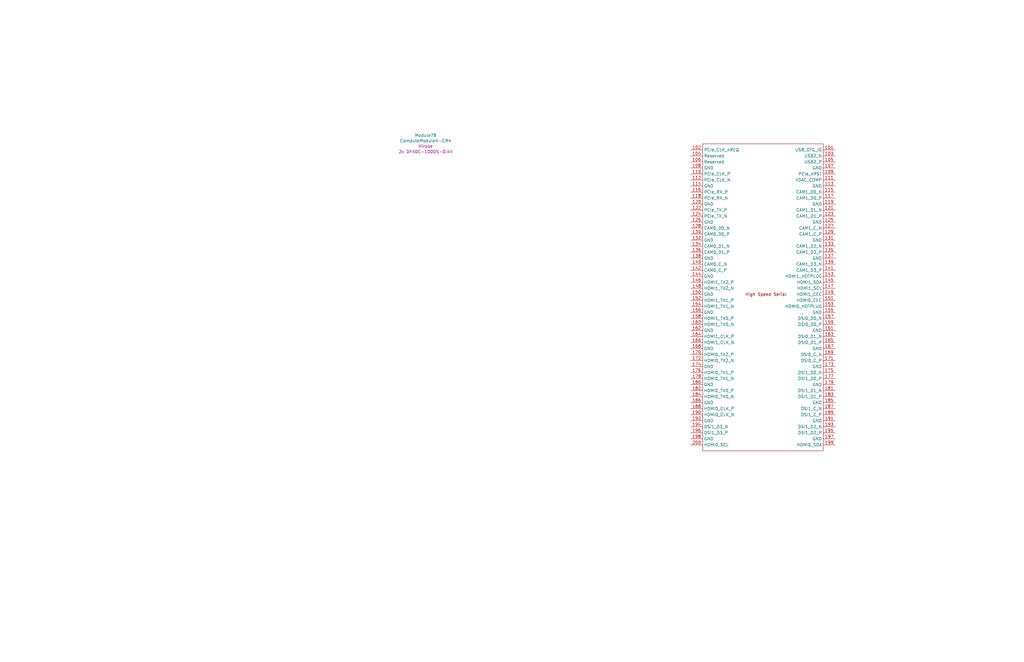
<source format=kicad_sch>
(kicad_sch (version 20201015) (generator eeschema)
  (page 1 6)
  (paper "B")
  (lib_symbols
    (symbol "CM4IO:ComputeModule4-CM4"
      (property "Reference" "Module" (at 113.03 -68.58 0))
      (property "Value" "ComputeModule4-CM4" (at 140.97 2.54 0))
      (property "Field4" "Hirose" (at 0 0 0))
      (property "Field5" "2x DF40C-100DS-0.4V" (at 0 -2.54 0))
      (symbol "ComputeModule4-CM4_1_0"
        (text "GPIO" (at 0 6.35 0) (effects (font (size 1.27 1.27))))
      )
      (symbol "ComputeModule4-CM4_1_1"
        (text "600mA Max" (at -8.89 -53.34 0) (effects (font (size 1.27 1.27))))
        (text "600mA Max" (at -8.89 -48.26 0) (effects (font (size 1.27 1.27))))
        (text "NB SD signals are only available" (at -1.27 -27.94 0) (effects (font (size 1.27 1.27))))
        (text "on modules without eMMC" (at -1.27 -30.48 0) (effects (font (size 1.27 1.27))))
        (rectangle (start -30.48 -71.12) (end 25.4 58.42))
        (pin power_in line (at 27.94 55.88 180) (length 2.54) (name "GND") (number "1"))
        (pin passive line (at -33.02 45.72 0) (length 2.54) (name "Ethernet_Pair0_N") (number "10"))
        (pin output line (at -33.02 -68.58 0) (length 2.54) (name "nEXTRST") (number "100"))
        (pin passive line (at 27.94 43.18 180) (length 2.54) (name "Ethernet_Pair2_P") (number "11"))
        (pin passive line (at -33.02 43.18 0) (length 2.54) (name "Ethernet_Pair0_P") (number "12"))
        (pin power_in line (at 27.94 40.64 180) (length 2.54) (name "GND") (number "13"))
        (pin power_in line (at -33.02 40.64 0) (length 2.54) (name "GND") (number "14"))
        (pin output line (at 27.94 38.1 180) (length 2.54) (name "Ethernet_nLED3(3.3v)") (number "15"))
        (pin input line (at -33.02 38.1 0) (length 2.54) (name "Ethernet_SYNC_IN(1.8v)") (number "16"))
        (pin output line (at 27.94 35.56 180) (length 2.54) (name "Ethernet_nLED2(3.3v)") (number "17"))
        (pin input line (at -33.02 35.56 0) (length 2.54) (name "Ethernet_SYNC_OUT(1.8v)") (number "18"))
        (pin output line (at 27.94 33.02 180) (length 2.54) (name "Ethernet_nLED1(3.3v)") (number "19"))
        (pin power_in line (at -33.02 55.88 0) (length 2.54) (name "GND") (number "2"))
        (pin passive line (at -33.02 33.02 0) (length 2.54) (name "EEPROM_nWP") (number "20"))
        (pin open_collector line (at 27.94 30.48 180) (length 2.54) (name "PI_nLED_Activity") (number "21"))
        (pin power_in line (at -33.02 30.48 0) (length 2.54) (name "GND") (number "22"))
        (pin power_in line (at 27.94 27.94 180) (length 2.54) (name "GND") (number "23"))
        (pin passive line (at -33.02 27.94 0) (length 2.54) (name "GPIO26") (number "24"))
        (pin passive line (at 27.94 25.4 180) (length 2.54) (name "GPIO21") (number "25"))
        (pin passive line (at -33.02 25.4 0) (length 2.54) (name "GPIO19") (number "26"))
        (pin passive line (at 27.94 22.86 180) (length 2.54) (name "GPIO20") (number "27"))
        (pin passive line (at -33.02 22.86 0) (length 2.54) (name "GPIO13") (number "28"))
        (pin passive line (at 27.94 20.32 180) (length 2.54) (name "GPIO16") (number "29"))
        (pin passive line (at 27.94 53.34 180) (length 2.54) (name "Ethernet_Pair3_P") (number "3"))
        (pin passive line (at -33.02 20.32 0) (length 2.54) (name "GPIO6") (number "30"))
        (pin passive line (at 27.94 17.78 180) (length 2.54) (name "GPIO12") (number "31"))
        (pin power_in line (at -33.02 17.78 0) (length 2.54) (name "GND") (number "32"))
        (pin power_in line (at 27.94 15.24 180) (length 2.54) (name "GND") (number "33"))
        (pin passive line (at -33.02 15.24 0) (length 2.54) (name "GPIO5") (number "34"))
        (pin passive line (at 27.94 12.7 180) (length 2.54) (name "ID_SC") (number "35"))
        (pin passive line (at -33.02 12.7 0) (length 2.54) (name "ID_SD") (number "36"))
        (pin passive line (at 27.94 10.16 180) (length 2.54) (name "GPIO7") (number "37"))
        (pin passive line (at -33.02 10.16 0) (length 2.54) (name "GPIO11") (number "38"))
        (pin passive line (at 27.94 7.62 180) (length 2.54) (name "GPIO8") (number "39"))
        (pin passive line (at -33.02 53.34 0) (length 2.54) (name "Ethernet_Pair1_P") (number "4"))
        (pin passive line (at -33.02 7.62 0) (length 2.54) (name "GPIO9") (number "40"))
        (pin passive line (at 27.94 5.08 180) (length 2.54) (name "GPIO25") (number "41"))
        (pin power_in line (at -33.02 5.08 0) (length 2.54) (name "GND") (number "42"))
        (pin power_in line (at 27.94 2.54 180) (length 2.54) (name "GND") (number "43"))
        (pin passive line (at -33.02 2.54 0) (length 2.54) (name "GPIO10") (number "44"))
        (pin passive line (at 27.94 0 180) (length 2.54) (name "GPIO24") (number "45"))
        (pin passive line (at -33.02 0 0) (length 2.54) (name "GPIO22") (number "46"))
        (pin passive line (at 27.94 -2.54 180) (length 2.54) (name "GPIO23") (number "47"))
        (pin passive line (at -33.02 -2.54 0) (length 2.54) (name "GPIO27") (number "48"))
        (pin passive line (at 27.94 -5.08 180) (length 2.54) (name "GPIO18") (number "49"))
        (pin passive line (at 27.94 50.8 180) (length 2.54) (name "Ethernet_Pair3_N") (number "5"))
        (pin passive line (at -33.02 -5.08 0) (length 2.54) (name "GPIO17") (number "50"))
        (pin passive line (at 27.94 -7.62 180) (length 2.54) (name "GPIO15") (number "51"))
        (pin power_in line (at -33.02 -7.62 0) (length 2.54) (name "GND") (number "52"))
        (pin power_in line (at 27.94 -10.16 180) (length 2.54) (name "GND") (number "53"))
        (pin passive line (at -33.02 -10.16 0) (length 2.54) (name "GPIO4") (number "54"))
        (pin passive line (at 27.94 -12.7 180) (length 2.54) (name "GPIO14") (number "55"))
        (pin passive line (at -33.02 -12.7 0) (length 2.54) (name "GPIO3") (number "56"))
        (pin passive line (at 27.94 -15.24 180) (length 2.54) (name "SD_CLK") (number "57"))
        (pin passive line (at -33.02 -15.24 0) (length 2.54) (name "GPIO2") (number "58"))
        (pin power_in line (at 27.94 -17.78 180) (length 2.54) (name "GND") (number "59"))
        (pin passive line (at -33.02 50.8 0) (length 2.54) (name "Ethernet_Pair1_N") (number "6"))
        (pin power_in line (at -33.02 -17.78 0) (length 2.54) (name "GND") (number "60"))
        (pin passive line (at 27.94 -20.32 180) (length 2.54) (name "SD_DAT3") (number "61"))
        (pin passive line (at -33.02 -20.32 0) (length 2.54) (name "SD_CMD") (number "62"))
        (pin passive line (at 27.94 -22.86 180) (length 2.54) (name "SD_DAT0") (number "63"))
        (pin passive line (at -33.02 -22.86 0) (length 2.54) (name "SD_DAT5") (number "64"))
        (pin power_in line (at 27.94 -25.4 180) (length 2.54) (name "GND") (number "65"))
        (pin power_in line (at -33.02 -25.4 0) (length 2.54) (name "GND") (number "66"))
        (pin passive line (at 27.94 -27.94 180) (length 2.54) (name "SD_DAT1") (number "67"))
        (pin passive line (at -33.02 -27.94 0) (length 2.54) (name "SD_DAT4") (number "68"))
        (pin passive line (at 27.94 -30.48 180) (length 2.54) (name "SD_DAT2") (number "69"))
        (pin power_in line (at 27.94 48.26 180) (length 2.54) (name "GND") (number "7"))
        (pin passive line (at -33.02 -30.48 0) (length 2.54) (name "SD_DAT7") (number "70"))
        (pin power_in line (at 27.94 -33.02 180) (length 2.54) (name "GND") (number "71"))
        (pin passive line (at -33.02 -33.02 0) (length 2.54) (name "SD_DAT6") (number "72"))
        (pin input line (at 27.94 -35.56 180) (length 2.54) (name "SD_VDD_Override") (number "73"))
        (pin power_in line (at -33.02 -35.56 0) (length 2.54) (name "GND") (number "74"))
        (pin output line (at 27.94 -38.1 180) (length 2.54) (name "SD_PWR_ON") (number "75"))
        (pin passive line (at -33.02 -38.1 0) (length 2.54) (name "Reserved") (number "76"))
        (pin power_in line (at 27.94 -40.64 180) (length 2.54) (name "+5v_(Input)") (number "77"))
        (pin power_in line (at -33.02 -40.64 0) (length 2.54) (name "GPIO_VREF(1.8v/3.3v_Input)") (number "78"))
        (pin power_in line (at 27.94 -43.18 180) (length 2.54) (name "+5v_(Input)") (number "79"))
        (pin power_in line (at -33.02 48.26 0) (length 2.54) (name "GND") (number "8"))
        (pin passive line (at -33.02 -43.18 0) (length 2.54) (name "SCL0") (number "80"))
        (pin power_in line (at 27.94 -45.72 180) (length 2.54) (name "+5v_(Input)") (number "81"))
        (pin passive line (at -33.02 -45.72 0) (length 2.54) (name "SDA0") (number "82"))
        (pin power_in line (at 27.94 -48.26 180) (length 2.54) (name "+5v_(Input)") (number "83"))
        (pin power_out line (at -33.02 -48.26 0) (length 2.54) (name "+3.3v_(Output)") (number "84"))
        (pin power_in line (at 27.94 -50.8 180) (length 2.54) (name "+5v_(Input)") (number "85"))
        (pin power_out line (at -33.02 -50.8 0) (length 2.54) (name "+3.3v_(Output)") (number "86"))
        (pin power_in line (at 27.94 -53.34 180) (length 2.54) (name "+5v_(Input)") (number "87"))
        (pin power_out line (at -33.02 -53.34 0) (length 2.54) (name "+1.8v_(Output)") (number "88"))
        (pin power_in line (at 27.94 -55.88 180) (length 2.54) (name "WiFi_nDisable") (number "89"))
        (pin passive line (at 27.94 45.72 180) (length 2.54) (name "Ethernet_Pair2_N") (number "9"))
        (pin power_out line (at -33.02 -55.88 0) (length 2.54) (name "+1.8v_(Output)") (number "90"))
        (pin power_in line (at 27.94 -58.42 180) (length 2.54) (name "BT_nDisable") (number "91"))
        (pin passive line (at -33.02 -58.42 0) (length 2.54) (name "RUN_PG") (number "92"))
        (pin input line (at 27.94 -60.96 180) (length 2.54) (name "nRPIBOOT") (number "93"))
        (pin passive line (at -33.02 -60.96 0) (length 2.54) (name "AnalogIP0") (number "94"))
        (pin output line (at 27.94 -63.5 180) (length 2.54) (name "nPI_LED_PWR") (number "95"))
        (pin passive line (at -33.02 -63.5 0) (length 2.54) (name "AnalogIP1") (number "96"))
        (pin passive line (at 27.94 -66.04 180) (length 2.54) (name "Camera_GPIO") (number "97"))
        (pin power_in line (at -33.02 -66.04 0) (length 2.54) (name "GND") (number "98"))
        (pin input line (at 27.94 -68.58 180) (length 2.54) (name "Global_EN") (number "99"))
      )
      (symbol "ComputeModule4-CM4_2_1"
        (text "High Speed Serial" (at 140.97 0 0) (effects (font (size 1.27 1.27))))
        (rectangle (start 114.3 -66.04) (end 165.1 63.5))
        (pin input line (at 170.18 60.96 180) (length 5.08) (name "USB_OTG_ID") (number "101"))
        (pin input line (at 109.22 60.96 0) (length 5.08) (name "PCIe_CLK_nREQ") (number "102"))
        (pin passive line (at 170.18 58.42 180) (length 5.08) (name "USB2_N") (number "103"))
        (pin passive line (at 109.22 58.42 0) (length 5.08) (name "Reserved") (number "104"))
        (pin passive line (at 170.18 55.88 180) (length 5.08) (name "USB2_P") (number "105"))
        (pin passive line (at 109.22 55.88 0) (length 5.08) (name "Reserved") (number "106"))
        (pin power_in line (at 170.18 53.34 180) (length 5.08) (name "GND") (number "107"))
        (pin power_in line (at 109.22 53.34 0) (length 5.08) (name "GND") (number "108"))
        (pin bidirectional line (at 170.18 50.8 180) (length 5.08) (name "PCIe_nRST") (number "109"))
        (pin output line (at 109.22 50.8 0) (length 5.08) (name "PCIe_CLK_P") (number "110"))
        (pin passive line (at 170.18 48.26 180) (length 5.08) (name "VDAC_COMP") (number "111"))
        (pin output line (at 109.22 48.26 0) (length 5.08) (name "PCIe_CLK_N") (number "112"))
        (pin power_in line (at 170.18 45.72 180) (length 5.08) (name "GND") (number "113"))
        (pin power_in line (at 109.22 45.72 0) (length 5.08) (name "GND") (number "114"))
        (pin input line (at 170.18 43.18 180) (length 5.08) (name "CAM1_D0_N") (number "115"))
        (pin input line (at 109.22 43.18 0) (length 5.08) (name "PCIe_RX_P") (number "116"))
        (pin input line (at 170.18 40.64 180) (length 5.08) (name "CAM1_D0_P") (number "117"))
        (pin input line (at 109.22 40.64 0) (length 5.08) (name "PCIe_RX_N") (number "118"))
        (pin power_in line (at 170.18 38.1 180) (length 5.08) (name "GND") (number "119"))
        (pin power_in line (at 109.22 38.1 0) (length 5.08) (name "GND") (number "120"))
        (pin input line (at 170.18 35.56 180) (length 5.08) (name "CAM1_D1_N") (number "121"))
        (pin output line (at 109.22 35.56 0) (length 5.08) (name "PCIe_TX_P") (number "122"))
        (pin input line (at 170.18 33.02 180) (length 5.08) (name "CAM1_D1_P") (number "123"))
        (pin output line (at 109.22 33.02 0) (length 5.08) (name "PCIe_TX_N") (number "124"))
        (pin power_in line (at 170.18 30.48 180) (length 5.08) (name "GND") (number "125"))
        (pin power_in line (at 109.22 30.48 0) (length 5.08) (name "GND") (number "126"))
        (pin input line (at 170.18 27.94 180) (length 5.08) (name "CAM1_C_N") (number "127"))
        (pin input line (at 109.22 27.94 0) (length 5.08) (name "CAM0_D0_N") (number "128"))
        (pin input line (at 170.18 25.4 180) (length 5.08) (name "CAM1_C_P") (number "129"))
        (pin input line (at 109.22 25.4 0) (length 5.08) (name "CAM0_D0_P") (number "130"))
        (pin power_in line (at 170.18 22.86 180) (length 5.08) (name "GND") (number "131"))
        (pin power_in line (at 109.22 22.86 0) (length 5.08) (name "GND") (number "132"))
        (pin input line (at 170.18 20.32 180) (length 5.08) (name "CAM1_D2_N") (number "133"))
        (pin input line (at 109.22 20.32 0) (length 5.08) (name "CAM0_D1_N") (number "134"))
        (pin input line (at 170.18 17.78 180) (length 5.08) (name "CAM1_D2_P") (number "135"))
        (pin input line (at 109.22 17.78 0) (length 5.08) (name "CAM0_D1_P") (number "136"))
        (pin power_in line (at 170.18 15.24 180) (length 5.08) (name "GND") (number "137"))
        (pin power_in line (at 109.22 15.24 0) (length 5.08) (name "GND") (number "138"))
        (pin input line (at 170.18 12.7 180) (length 5.08) (name "CAM1_D3_N") (number "139"))
        (pin input line (at 109.22 12.7 0) (length 5.08) (name "CAM0_C_N") (number "140"))
        (pin input line (at 170.18 10.16 180) (length 5.08) (name "CAM1_D3_P") (number "141"))
        (pin input line (at 109.22 10.16 0) (length 5.08) (name "CAM0_C_P") (number "142"))
        (pin input line (at 170.18 7.62 180) (length 5.08) (name "HDMI1_HOTPLUG") (number "143"))
        (pin power_in line (at 109.22 7.62 0) (length 5.08) (name "GND") (number "144"))
        (pin bidirectional line (at 170.18 5.08 180) (length 5.08) (name "HDMI1_SDA") (number "145"))
        (pin output line (at 109.22 5.08 0) (length 5.08) (name "HDMI1_TX2_P") (number "146"))
        (pin open_collector line (at 170.18 2.54 180) (length 5.08) (name "HDMI1_SCL") (number "147"))
        (pin output line (at 109.22 2.54 0) (length 5.08) (name "HDMI1_TX2_N") (number "148"))
        (pin open_collector line (at 170.18 0 180) (length 5.08) (name "HDMI1_CEC") (number "149"))
        (pin power_in line (at 109.22 0 0) (length 5.08) (name "GND") (number "150"))
        (pin open_collector line (at 170.18 -2.54 180) (length 5.08) (name "HDMI0_CEC") (number "151"))
        (pin output line (at 109.22 -2.54 0) (length 5.08) (name "HDMI1_TX1_P") (number "152"))
        (pin input line (at 170.18 -5.08 180) (length 5.08) (name "HDMI0_HOTPLUG") (number "153"))
        (pin output line (at 109.22 -5.08 0) (length 5.08) (name "HDMI1_TX1_N") (number "154"))
        (pin power_in line (at 170.18 -7.62 180) (length 5.08) (name "GND") (number "155"))
        (pin power_in line (at 109.22 -7.62 0) (length 5.08) (name "GND") (number "156"))
        (pin output line (at 170.18 -10.16 180) (length 5.08) (name "DSI0_D0_N") (number "157"))
        (pin output line (at 109.22 -10.16 0) (length 5.08) (name "HDMI1_TX0_P") (number "158"))
        (pin output line (at 170.18 -12.7 180) (length 5.08) (name "DSI0_D0_P") (number "159"))
        (pin output line (at 109.22 -12.7 0) (length 5.08) (name "HDMI1_TX0_N") (number "160"))
        (pin power_in line (at 170.18 -15.24 180) (length 5.08) (name "GND") (number "161"))
        (pin power_in line (at 109.22 -15.24 0) (length 5.08) (name "GND") (number "162"))
        (pin output line (at 170.18 -17.78 180) (length 5.08) (name "DSI0_D1_N") (number "163"))
        (pin output line (at 109.22 -17.78 0) (length 5.08) (name "HDMI1_CLK_P") (number "164"))
        (pin output line (at 170.18 -20.32 180) (length 5.08) (name "DSI0_D1_P") (number "165"))
        (pin output line (at 109.22 -20.32 0) (length 5.08) (name "HDMI1_CLK_N") (number "166"))
        (pin power_in line (at 170.18 -22.86 180) (length 5.08) (name "GND") (number "167"))
        (pin power_in line (at 109.22 -22.86 0) (length 5.08) (name "GND") (number "168"))
        (pin output line (at 170.18 -25.4 180) (length 5.08) (name "DSI0_C_N") (number "169"))
        (pin output line (at 109.22 -25.4 0) (length 5.08) (name "HDMI0_TX2_P") (number "170"))
        (pin output line (at 170.18 -27.94 180) (length 5.08) (name "DSI0_C_P") (number "171"))
        (pin output line (at 109.22 -27.94 0) (length 5.08) (name "HDMI0_TX2_N") (number "172"))
        (pin power_in line (at 170.18 -30.48 180) (length 5.08) (name "GND") (number "173"))
        (pin power_in line (at 109.22 -30.48 0) (length 5.08) (name "GND") (number "174"))
        (pin output line (at 170.18 -33.02 180) (length 5.08) (name "DSI1_D0_N") (number "175"))
        (pin output line (at 109.22 -33.02 0) (length 5.08) (name "HDMI0_TX1_P") (number "176"))
        (pin output line (at 170.18 -35.56 180) (length 5.08) (name "DSI1_D0_P") (number "177"))
        (pin output line (at 109.22 -35.56 0) (length 5.08) (name "HDMI0_TX1_N") (number "178"))
        (pin power_in line (at 170.18 -38.1 180) (length 5.08) (name "GND") (number "179"))
        (pin power_in line (at 109.22 -38.1 0) (length 5.08) (name "GND") (number "180"))
        (pin output line (at 170.18 -40.64 180) (length 5.08) (name "DSI1_D1_N") (number "181"))
        (pin output line (at 109.22 -40.64 0) (length 5.08) (name "HDMI0_TX0_P") (number "182"))
        (pin output line (at 170.18 -43.18 180) (length 5.08) (name "DSI1_D1_P") (number "183"))
        (pin output line (at 109.22 -43.18 0) (length 5.08) (name "HDMI0_TX0_N") (number "184"))
        (pin power_in line (at 170.18 -45.72 180) (length 5.08) (name "GND") (number "185"))
        (pin power_in line (at 109.22 -45.72 0) (length 5.08) (name "GND") (number "186"))
        (pin output line (at 170.18 -48.26 180) (length 5.08) (name "DSI1_C_N") (number "187"))
        (pin output line (at 109.22 -48.26 0) (length 5.08) (name "HDMI0_CLK_P") (number "188"))
        (pin output line (at 170.18 -50.8 180) (length 5.08) (name "DSI1_C_P") (number "189"))
        (pin output line (at 109.22 -50.8 0) (length 5.08) (name "HDMI0_CLK_N") (number "190"))
        (pin power_in line (at 170.18 -53.34 180) (length 5.08) (name "GND") (number "191"))
        (pin power_in line (at 109.22 -53.34 0) (length 5.08) (name "GND") (number "192"))
        (pin output line (at 170.18 -55.88 180) (length 5.08) (name "DSI1_D2_N") (number "193"))
        (pin output line (at 109.22 -55.88 0) (length 5.08) (name "DSI1_D3_N") (number "194"))
        (pin output line (at 170.18 -58.42 180) (length 5.08) (name "DSI1_D2_P") (number "195"))
        (pin output line (at 109.22 -58.42 0) (length 5.08) (name "DSI1_D3_P") (number "196"))
        (pin power_in line (at 170.18 -60.96 180) (length 5.08) (name "GND") (number "197"))
        (pin power_in line (at 109.22 -60.96 0) (length 5.08) (name "GND") (number "198"))
        (pin bidirectional line (at 170.18 -63.5 180) (length 5.08) (name "HDMI0_SDA") (number "199"))
        (pin open_collector line (at 109.22 -63.5 0) (length 5.08) (name "HDMI0_SCL") (number "200"))
      )
    )
  )
  (symbol (lib_id "CM4IO:ComputeModule4-CM4") (at 182.0164 124.206 0) (unit 2)
    (property "Reference" "Module?" (at 179.4764 57.1054 0))
    (property "Value" "ComputeModule4-CM4" (at 179.4764 59.4041 0))
    (property "Footprint" "CM4IO:Raspberry-Pi-4-Compute-Module" (effects hide))
    (property "Field4" "Hirose" (at 179.4764 61.7028 0))
    (property "Field5" "2x DF40C-100DS-0.4V" (at 179.4764 64.0015 0))
  )
)
</source>
